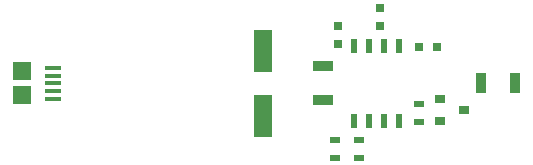
<source format=gbr>
G04 #@! TF.FileFunction,Paste,Top*
%FSLAX46Y46*%
G04 Gerber Fmt 4.6, Leading zero omitted, Abs format (unit mm)*
G04 Created by KiCad (PCBNEW 4.0.7) date 01/10/18 16:30:40*
%MOMM*%
%LPD*%
G01*
G04 APERTURE LIST*
%ADD10C,0.150000*%
%ADD11R,0.900000X0.800000*%
%ADD12R,1.700000X0.900000*%
%ADD13R,0.900000X1.700000*%
%ADD14R,0.900000X0.500000*%
%ADD15R,1.600200X3.599200*%
%ADD16R,0.800000X0.750000*%
%ADD17R,0.750000X0.800000*%
%ADD18R,1.550000X1.500000*%
%ADD19R,1.350000X0.400000*%
%ADD20R,0.508000X1.143000*%
G04 APERTURE END LIST*
D10*
D11*
X71898000Y-47056000D03*
X71898000Y-48956000D03*
X73898000Y-48006000D03*
D12*
X61976000Y-44270000D03*
X61976000Y-47170000D03*
D13*
X78285000Y-45720000D03*
X75385000Y-45720000D03*
D14*
X70104000Y-49010000D03*
X70104000Y-47510000D03*
D15*
X56896000Y-42969200D03*
X56896000Y-48470800D03*
D16*
X71616000Y-42672000D03*
X70116000Y-42672000D03*
D17*
X66802000Y-39382000D03*
X66802000Y-40882000D03*
X63246000Y-40906000D03*
X63246000Y-42406000D03*
D18*
X36502000Y-46720000D03*
X36502000Y-44720000D03*
D19*
X39177000Y-45070000D03*
X39177000Y-44420000D03*
X39177000Y-45720000D03*
X39177000Y-46370000D03*
X39177000Y-47020000D03*
D14*
X62992000Y-50558000D03*
X62992000Y-52058000D03*
X65024000Y-50558000D03*
X65024000Y-52058000D03*
D20*
X64643000Y-42545000D03*
X65913000Y-42545000D03*
X67183000Y-42545000D03*
X68453000Y-42545000D03*
X68453000Y-48895000D03*
X67183000Y-48895000D03*
X65913000Y-48895000D03*
X64643000Y-48895000D03*
M02*

</source>
